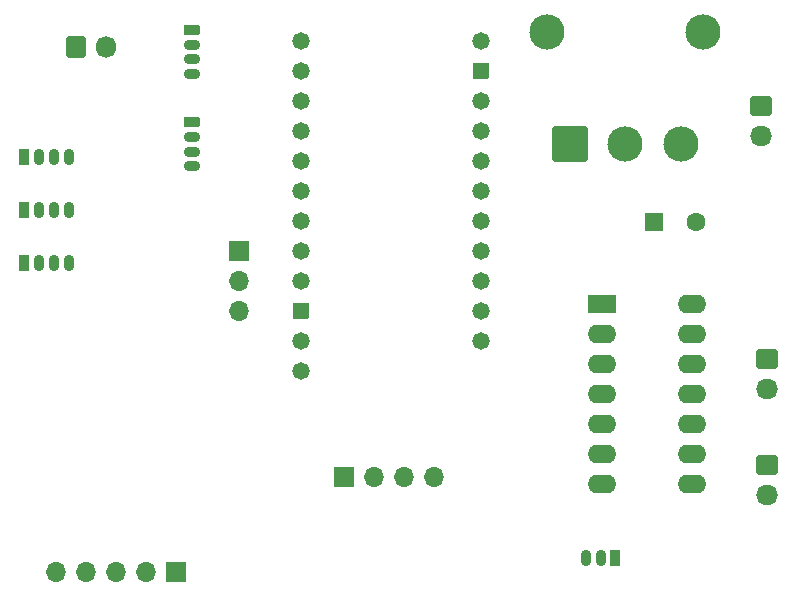
<source format=gbr>
%TF.GenerationSoftware,KiCad,Pcbnew,8.0.3-8.0.3-0~ubuntu22.04.1*%
%TF.CreationDate,2024-06-15T19:31:27-04:00*%
%TF.ProjectId,main_board,6d61696e-5f62-46f6-9172-642e6b696361,rev?*%
%TF.SameCoordinates,Original*%
%TF.FileFunction,Soldermask,Bot*%
%TF.FilePolarity,Negative*%
%FSLAX46Y46*%
G04 Gerber Fmt 4.6, Leading zero omitted, Abs format (unit mm)*
G04 Created by KiCad (PCBNEW 8.0.3-8.0.3-0~ubuntu22.04.1) date 2024-06-15 19:31:27*
%MOMM*%
%LPD*%
G01*
G04 APERTURE LIST*
G04 Aperture macros list*
%AMRoundRect*
0 Rectangle with rounded corners*
0 $1 Rounding radius*
0 $2 $3 $4 $5 $6 $7 $8 $9 X,Y pos of 4 corners*
0 Add a 4 corners polygon primitive as box body*
4,1,4,$2,$3,$4,$5,$6,$7,$8,$9,$2,$3,0*
0 Add four circle primitives for the rounded corners*
1,1,$1+$1,$2,$3*
1,1,$1+$1,$4,$5*
1,1,$1+$1,$6,$7*
1,1,$1+$1,$8,$9*
0 Add four rect primitives between the rounded corners*
20,1,$1+$1,$2,$3,$4,$5,0*
20,1,$1+$1,$4,$5,$6,$7,0*
20,1,$1+$1,$6,$7,$8,$9,0*
20,1,$1+$1,$8,$9,$2,$3,0*%
G04 Aperture macros list end*
%ADD10RoundRect,0.225000X-0.225000X-0.475000X0.225000X-0.475000X0.225000X0.475000X-0.225000X0.475000X0*%
%ADD11O,0.900000X1.400000*%
%ADD12R,1.700000X1.700000*%
%ADD13O,1.700000X1.700000*%
%ADD14RoundRect,0.250000X-0.600000X-0.675000X0.600000X-0.675000X0.600000X0.675000X-0.600000X0.675000X0*%
%ADD15O,1.700000X1.850000*%
%ADD16R,1.600000X1.600000*%
%ADD17C,1.600000*%
%ADD18RoundRect,0.225000X-0.475000X0.225000X-0.475000X-0.225000X0.475000X-0.225000X0.475000X0.225000X0*%
%ADD19O,1.400000X0.900000*%
%ADD20RoundRect,0.102000X-1.387500X-1.387500X1.387500X-1.387500X1.387500X1.387500X-1.387500X1.387500X0*%
%ADD21C,2.979000*%
%ADD22R,2.400000X1.600000*%
%ADD23O,2.400000X1.600000*%
%ADD24RoundRect,0.250000X-0.675000X0.600000X-0.675000X-0.600000X0.675000X-0.600000X0.675000X0.600000X0*%
%ADD25O,1.850000X1.700000*%
%ADD26C,1.473200*%
%ADD27RoundRect,0.025400X-0.635000X-0.635000X0.635000X-0.635000X0.635000X0.635000X-0.635000X0.635000X0*%
%ADD28RoundRect,0.225000X0.225000X0.475000X-0.225000X0.475000X-0.225000X-0.475000X0.225000X-0.475000X0*%
G04 APERTURE END LIST*
D10*
%TO.C,J8*%
X69100000Y-87900000D03*
D11*
X70350000Y-87900000D03*
X71600000Y-87900000D03*
X72850000Y-87900000D03*
%TD*%
D12*
%TO.C,J12*%
X87300000Y-95820000D03*
D13*
X87300000Y-98360000D03*
X87300000Y-100900000D03*
%TD*%
D14*
%TO.C,J10*%
X73500000Y-78600000D03*
D15*
X76000000Y-78600000D03*
%TD*%
D12*
%TO.C,U3*%
X81960000Y-123000000D03*
D13*
X79420000Y-123000000D03*
X76880000Y-123000000D03*
X74340000Y-123000000D03*
X71800000Y-123000000D03*
%TD*%
D16*
%TO.C,C1*%
X122447349Y-93400000D03*
D17*
X125947349Y-93400000D03*
%TD*%
D18*
%TO.C,J4*%
X83300000Y-84925000D03*
D19*
X83300000Y-86175000D03*
X83300000Y-87425000D03*
X83300000Y-88675000D03*
%TD*%
D20*
%TO.C,S1*%
X115300000Y-86822500D03*
D21*
X120000000Y-86822500D03*
X124700000Y-86822500D03*
X113395000Y-77292500D03*
X126605000Y-77292500D03*
%TD*%
D18*
%TO.C,J5*%
X83300000Y-77125000D03*
D19*
X83300000Y-78375000D03*
X83300000Y-79625000D03*
X83300000Y-80875000D03*
%TD*%
D22*
%TO.C,U2*%
X118000000Y-100340000D03*
D23*
X118000000Y-102880000D03*
X118000000Y-105420000D03*
X118000000Y-107960000D03*
X118000000Y-110500000D03*
X118000000Y-113040000D03*
X118000000Y-115580000D03*
X125620000Y-115580000D03*
X125620000Y-113040000D03*
X125620000Y-110500000D03*
X125620000Y-107960000D03*
X125620000Y-105420000D03*
X125620000Y-102880000D03*
X125620000Y-100340000D03*
%TD*%
D24*
%TO.C,J2*%
X132000000Y-105000000D03*
D25*
X132000000Y-107500000D03*
%TD*%
D24*
%TO.C,J3*%
X132000000Y-114000000D03*
D25*
X132000000Y-116500000D03*
%TD*%
D10*
%TO.C,J7*%
X69100000Y-96900000D03*
D11*
X70350000Y-96900000D03*
X71600000Y-96900000D03*
X72850000Y-96900000D03*
%TD*%
D10*
%TO.C,J6*%
X69100000Y-92400000D03*
D11*
X70350000Y-92400000D03*
X71600000Y-92400000D03*
X72850000Y-92400000D03*
%TD*%
D26*
%TO.C,U1*%
X107730000Y-78064000D03*
D27*
X107730000Y-80604000D03*
D26*
X107730000Y-83144000D03*
X107730000Y-85684000D03*
X107730000Y-88224000D03*
X107730000Y-90764000D03*
X107730000Y-93304000D03*
X107730000Y-95844000D03*
X107730000Y-98384000D03*
X107730000Y-100924000D03*
X107730000Y-103464000D03*
X92490000Y-106004000D03*
X92490000Y-103464000D03*
D27*
X92490000Y-100924000D03*
D26*
X92490000Y-98384000D03*
X92490000Y-95844000D03*
X92490000Y-93304000D03*
X92490000Y-90764000D03*
X92490000Y-88224000D03*
X92490000Y-85684000D03*
X92490000Y-83144000D03*
X92490000Y-80604000D03*
X92490000Y-78064000D03*
%TD*%
D28*
%TO.C,J13*%
X119150000Y-121800000D03*
D11*
X117900000Y-121800000D03*
X116650000Y-121800000D03*
%TD*%
D12*
%TO.C,J9*%
X96180000Y-115000000D03*
D13*
X98720000Y-115000000D03*
X101260000Y-115000000D03*
X103800000Y-115000000D03*
%TD*%
D24*
%TO.C,J1*%
X131500000Y-83600000D03*
D25*
X131500000Y-86100000D03*
%TD*%
M02*

</source>
